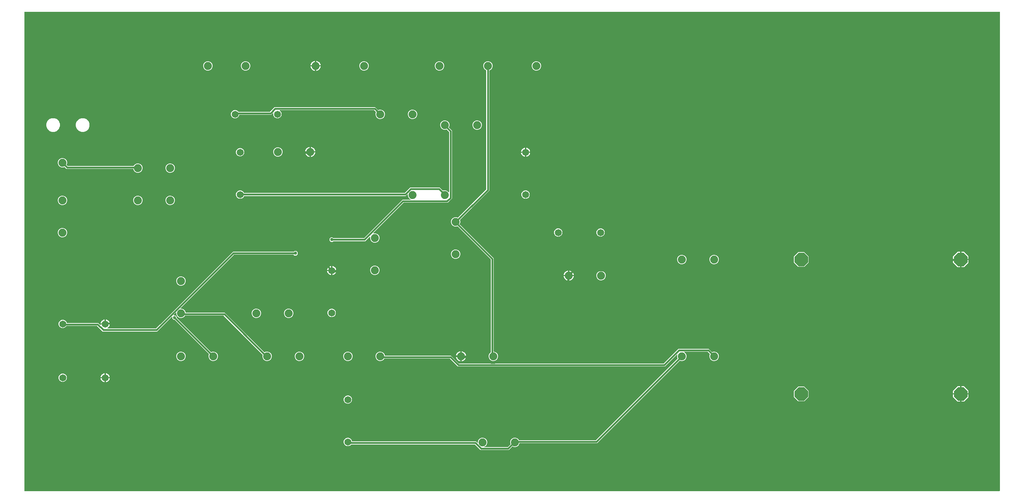
<source format=gbr>
G04 EAGLE Gerber RS-274X export*
G75*
%MOMM*%
%FSLAX34Y34*%
%LPD*%
%INBottom Copper*%
%IPPOS*%
%AMOC8*
5,1,8,0,0,1.08239X$1,22.5*%
G01*
%ADD10C,1.879600*%
%ADD11C,1.651000*%
%ADD12P,3.409096X8X22.500000*%
%ADD13C,0.381000*%
%ADD14C,0.756400*%

G36*
X1841520Y-38858D02*
X1841520Y-38858D01*
X1841539Y-38860D01*
X1841641Y-38838D01*
X1841743Y-38822D01*
X1841760Y-38812D01*
X1841780Y-38808D01*
X1841869Y-38755D01*
X1841960Y-38706D01*
X1841974Y-38692D01*
X1841991Y-38682D01*
X1842058Y-38603D01*
X1842130Y-38528D01*
X1842138Y-38510D01*
X1842151Y-38495D01*
X1842190Y-38399D01*
X1842233Y-38305D01*
X1842235Y-38285D01*
X1842243Y-38267D01*
X1842261Y-38100D01*
X1842261Y1092200D01*
X1842258Y1092220D01*
X1842260Y1092239D01*
X1842238Y1092341D01*
X1842222Y1092443D01*
X1842212Y1092460D01*
X1842208Y1092480D01*
X1842155Y1092569D01*
X1842106Y1092660D01*
X1842092Y1092674D01*
X1842082Y1092691D01*
X1842003Y1092758D01*
X1841928Y1092830D01*
X1841910Y1092838D01*
X1841895Y1092851D01*
X1841799Y1092890D01*
X1841705Y1092933D01*
X1841685Y1092935D01*
X1841667Y1092943D01*
X1841500Y1092961D01*
X-457200Y1092961D01*
X-457220Y1092958D01*
X-457239Y1092960D01*
X-457341Y1092938D01*
X-457443Y1092922D01*
X-457460Y1092912D01*
X-457480Y1092908D01*
X-457569Y1092855D01*
X-457660Y1092806D01*
X-457674Y1092792D01*
X-457691Y1092782D01*
X-457758Y1092703D01*
X-457830Y1092628D01*
X-457838Y1092610D01*
X-457851Y1092595D01*
X-457890Y1092499D01*
X-457933Y1092405D01*
X-457935Y1092385D01*
X-457943Y1092367D01*
X-457961Y1092200D01*
X-457961Y-38100D01*
X-457958Y-38120D01*
X-457960Y-38139D01*
X-457938Y-38241D01*
X-457922Y-38343D01*
X-457912Y-38360D01*
X-457908Y-38380D01*
X-457855Y-38469D01*
X-457806Y-38560D01*
X-457792Y-38574D01*
X-457782Y-38591D01*
X-457703Y-38658D01*
X-457628Y-38730D01*
X-457610Y-38738D01*
X-457595Y-38751D01*
X-457499Y-38790D01*
X-457405Y-38833D01*
X-457385Y-38835D01*
X-457367Y-38843D01*
X-457200Y-38861D01*
X1841500Y-38861D01*
X1841520Y-38858D01*
G37*
%LPC*%
G36*
X617323Y57911D02*
X617323Y57911D01*
X604211Y71023D01*
X604137Y71076D01*
X604068Y71136D01*
X604038Y71148D01*
X604012Y71167D01*
X603925Y71194D01*
X603840Y71228D01*
X603799Y71232D01*
X603776Y71239D01*
X603744Y71238D01*
X603673Y71246D01*
X313192Y71246D01*
X313102Y71232D01*
X313011Y71224D01*
X312981Y71212D01*
X312949Y71207D01*
X312869Y71164D01*
X312785Y71128D01*
X312753Y71102D01*
X312732Y71091D01*
X312710Y71068D01*
X312654Y71023D01*
X310340Y68709D01*
X306745Y67220D01*
X302855Y67220D01*
X299260Y68709D01*
X296509Y71460D01*
X295020Y75055D01*
X295020Y78945D01*
X296509Y82540D01*
X299260Y85291D01*
X302855Y86780D01*
X306745Y86780D01*
X310340Y85291D01*
X313091Y82540D01*
X314580Y78945D01*
X314580Y78867D01*
X314583Y78847D01*
X314581Y78828D01*
X314603Y78726D01*
X314619Y78624D01*
X314629Y78607D01*
X314633Y78587D01*
X314686Y78498D01*
X314735Y78407D01*
X314749Y78393D01*
X314759Y78376D01*
X314838Y78309D01*
X314913Y78237D01*
X314931Y78229D01*
X314946Y78216D01*
X315042Y78177D01*
X315136Y78134D01*
X315156Y78132D01*
X315174Y78124D01*
X315341Y78106D01*
X606830Y78106D01*
X610078Y74858D01*
X610136Y74816D01*
X610188Y74766D01*
X610235Y74744D01*
X610277Y74714D01*
X610346Y74693D01*
X610411Y74663D01*
X610463Y74657D01*
X610513Y74642D01*
X610584Y74644D01*
X610655Y74636D01*
X610706Y74647D01*
X610758Y74648D01*
X610826Y74673D01*
X610896Y74688D01*
X610941Y74715D01*
X610989Y74733D01*
X611045Y74777D01*
X611107Y74814D01*
X611141Y74854D01*
X611181Y74886D01*
X611220Y74947D01*
X611267Y75001D01*
X611286Y75049D01*
X611314Y75093D01*
X611332Y75163D01*
X611359Y75229D01*
X611367Y75301D01*
X611375Y75332D01*
X611373Y75355D01*
X611377Y75396D01*
X611377Y78373D01*
X613040Y82387D01*
X616113Y85460D01*
X620127Y87123D01*
X624473Y87123D01*
X628487Y85460D01*
X631560Y82387D01*
X633223Y78373D01*
X633223Y74027D01*
X631560Y70013D01*
X628487Y66940D01*
X626785Y66235D01*
X626702Y66184D01*
X626617Y66138D01*
X626599Y66120D01*
X626576Y66106D01*
X626514Y66030D01*
X626447Y65960D01*
X626436Y65936D01*
X626420Y65916D01*
X626385Y65825D01*
X626344Y65737D01*
X626341Y65711D01*
X626331Y65687D01*
X626327Y65589D01*
X626317Y65493D01*
X626322Y65467D01*
X626321Y65441D01*
X626348Y65347D01*
X626369Y65252D01*
X626382Y65230D01*
X626390Y65205D01*
X626445Y65125D01*
X626495Y65041D01*
X626515Y65024D01*
X626530Y65003D01*
X626608Y64944D01*
X626682Y64881D01*
X626706Y64871D01*
X626727Y64856D01*
X626820Y64826D01*
X626910Y64789D01*
X626943Y64786D01*
X626961Y64780D01*
X626994Y64780D01*
X627077Y64771D01*
X681016Y64771D01*
X681106Y64785D01*
X681197Y64793D01*
X681227Y64805D01*
X681259Y64810D01*
X681339Y64853D01*
X681423Y64889D01*
X681455Y64915D01*
X681476Y64926D01*
X681498Y64949D01*
X681554Y64994D01*
X688099Y71539D01*
X688168Y71634D01*
X688237Y71727D01*
X688239Y71733D01*
X688243Y71739D01*
X688277Y71850D01*
X688314Y71961D01*
X688313Y71968D01*
X688315Y71974D01*
X688312Y72090D01*
X688311Y72207D01*
X688309Y72215D01*
X688309Y72219D01*
X688303Y72237D01*
X688264Y72368D01*
X687577Y74027D01*
X687577Y78373D01*
X689240Y82387D01*
X692313Y85460D01*
X696327Y87123D01*
X700673Y87123D01*
X704687Y85460D01*
X707760Y82387D01*
X708234Y81243D01*
X708296Y81143D01*
X708355Y81043D01*
X708360Y81039D01*
X708364Y81034D01*
X708454Y80959D01*
X708542Y80883D01*
X708548Y80881D01*
X708553Y80877D01*
X708661Y80835D01*
X708771Y80791D01*
X708778Y80790D01*
X708783Y80789D01*
X708801Y80788D01*
X708937Y80773D01*
X889042Y80773D01*
X889132Y80787D01*
X889223Y80795D01*
X889253Y80807D01*
X889285Y80812D01*
X889365Y80855D01*
X889449Y80891D01*
X889481Y80917D01*
X889502Y80928D01*
X889524Y80951D01*
X889580Y80996D01*
X1082246Y273661D01*
X1082314Y273756D01*
X1082384Y273850D01*
X1082386Y273856D01*
X1082389Y273861D01*
X1082424Y273972D01*
X1082460Y274084D01*
X1082460Y274090D01*
X1082462Y274096D01*
X1082459Y274213D01*
X1082458Y274330D01*
X1082455Y274337D01*
X1082455Y274342D01*
X1082449Y274359D01*
X1082411Y274491D01*
X1081277Y277227D01*
X1081277Y281573D01*
X1081761Y282740D01*
X1081783Y282835D01*
X1081812Y282928D01*
X1081811Y282954D01*
X1081817Y282980D01*
X1081808Y283077D01*
X1081805Y283174D01*
X1081797Y283199D01*
X1081794Y283225D01*
X1081754Y283314D01*
X1081721Y283405D01*
X1081705Y283426D01*
X1081694Y283449D01*
X1081628Y283521D01*
X1081567Y283597D01*
X1081545Y283611D01*
X1081528Y283631D01*
X1081442Y283678D01*
X1081360Y283730D01*
X1081335Y283737D01*
X1081312Y283749D01*
X1081216Y283767D01*
X1081122Y283790D01*
X1081096Y283788D01*
X1081070Y283793D01*
X1080974Y283779D01*
X1080877Y283771D01*
X1080853Y283761D01*
X1080827Y283757D01*
X1080740Y283713D01*
X1080650Y283675D01*
X1080625Y283654D01*
X1080607Y283646D01*
X1080584Y283622D01*
X1080519Y283570D01*
X1052219Y255269D01*
X563983Y255269D01*
X545537Y273715D01*
X545463Y273768D01*
X545394Y273828D01*
X545364Y273840D01*
X545338Y273859D01*
X545251Y273886D01*
X545166Y273920D01*
X545125Y273924D01*
X545102Y273931D01*
X545070Y273930D01*
X544999Y273938D01*
X391069Y273938D01*
X390954Y273919D01*
X390838Y273902D01*
X390832Y273900D01*
X390826Y273899D01*
X390724Y273844D01*
X390619Y273791D01*
X390614Y273786D01*
X390609Y273783D01*
X390529Y273699D01*
X390447Y273615D01*
X390443Y273609D01*
X390440Y273605D01*
X390432Y273588D01*
X390366Y273468D01*
X390260Y273213D01*
X387187Y270140D01*
X383173Y268477D01*
X378827Y268477D01*
X374813Y270140D01*
X371740Y273213D01*
X370077Y277227D01*
X370077Y281573D01*
X371740Y285587D01*
X374813Y288660D01*
X378827Y290323D01*
X383173Y290323D01*
X387187Y288660D01*
X390260Y285587D01*
X391923Y281573D01*
X391923Y281559D01*
X391926Y281539D01*
X391924Y281520D01*
X391946Y281418D01*
X391962Y281316D01*
X391972Y281299D01*
X391976Y281279D01*
X392029Y281190D01*
X392078Y281099D01*
X392092Y281085D01*
X392102Y281068D01*
X392181Y281001D01*
X392256Y280929D01*
X392274Y280921D01*
X392289Y280908D01*
X392385Y280869D01*
X392479Y280826D01*
X392499Y280824D01*
X392517Y280816D01*
X392684Y280798D01*
X548156Y280798D01*
X566602Y262352D01*
X566676Y262299D01*
X566745Y262239D01*
X566775Y262227D01*
X566801Y262208D01*
X566888Y262181D01*
X566973Y262147D01*
X567014Y262143D01*
X567037Y262136D01*
X567069Y262137D01*
X567140Y262129D01*
X1049062Y262129D01*
X1049152Y262143D01*
X1049243Y262151D01*
X1049273Y262163D01*
X1049305Y262168D01*
X1049385Y262211D01*
X1049469Y262247D01*
X1049501Y262273D01*
X1049522Y262284D01*
X1049544Y262307D01*
X1049600Y262352D01*
X1084048Y296800D01*
X1156232Y296800D01*
X1163380Y289652D01*
X1163474Y289584D01*
X1163568Y289514D01*
X1163574Y289512D01*
X1163579Y289508D01*
X1163690Y289474D01*
X1163802Y289438D01*
X1163808Y289438D01*
X1163814Y289436D01*
X1163931Y289439D01*
X1164048Y289440D01*
X1164055Y289442D01*
X1164060Y289442D01*
X1164078Y289449D01*
X1164209Y289487D01*
X1166227Y290323D01*
X1170573Y290323D01*
X1174587Y288660D01*
X1177660Y285587D01*
X1179323Y281573D01*
X1179323Y277227D01*
X1177660Y273213D01*
X1174587Y270140D01*
X1170573Y268477D01*
X1166227Y268477D01*
X1162213Y270140D01*
X1159140Y273213D01*
X1157477Y277227D01*
X1157477Y281573D01*
X1158536Y284130D01*
X1158563Y284243D01*
X1158592Y284357D01*
X1158591Y284363D01*
X1158593Y284369D01*
X1158582Y284486D01*
X1158573Y284602D01*
X1158570Y284608D01*
X1158569Y284614D01*
X1158522Y284722D01*
X1158476Y284828D01*
X1158472Y284834D01*
X1158469Y284839D01*
X1158457Y284852D01*
X1158371Y284959D01*
X1153613Y289717D01*
X1153539Y289770D01*
X1153470Y289830D01*
X1153440Y289842D01*
X1153414Y289861D01*
X1153326Y289888D01*
X1153242Y289922D01*
X1153201Y289926D01*
X1153178Y289933D01*
X1153146Y289932D01*
X1153075Y289940D01*
X1098945Y289940D01*
X1098874Y289929D01*
X1098802Y289927D01*
X1098753Y289909D01*
X1098702Y289901D01*
X1098639Y289867D01*
X1098571Y289842D01*
X1098531Y289810D01*
X1098484Y289785D01*
X1098435Y289733D01*
X1098379Y289689D01*
X1098351Y289645D01*
X1098315Y289607D01*
X1098285Y289542D01*
X1098246Y289482D01*
X1098233Y289431D01*
X1098211Y289384D01*
X1098204Y289313D01*
X1098186Y289243D01*
X1098190Y289191D01*
X1098184Y289140D01*
X1098200Y289069D01*
X1098205Y288998D01*
X1098226Y288950D01*
X1098237Y288899D01*
X1098273Y288838D01*
X1098302Y288772D01*
X1098346Y288716D01*
X1098363Y288688D01*
X1098381Y288673D01*
X1098406Y288641D01*
X1101460Y285587D01*
X1103123Y281573D01*
X1103123Y277227D01*
X1101460Y273213D01*
X1098387Y270140D01*
X1094373Y268477D01*
X1090027Y268477D01*
X1088189Y269239D01*
X1088075Y269265D01*
X1087962Y269294D01*
X1087955Y269294D01*
X1087949Y269295D01*
X1087833Y269284D01*
X1087716Y269275D01*
X1087711Y269272D01*
X1087704Y269272D01*
X1087597Y269224D01*
X1087490Y269179D01*
X1087484Y269174D01*
X1087480Y269172D01*
X1087466Y269159D01*
X1087359Y269074D01*
X892199Y73913D01*
X709884Y73913D01*
X709769Y73894D01*
X709653Y73877D01*
X709648Y73875D01*
X709641Y73874D01*
X709539Y73819D01*
X709434Y73766D01*
X709430Y73761D01*
X709424Y73758D01*
X709344Y73674D01*
X709262Y73590D01*
X709258Y73584D01*
X709255Y73580D01*
X709247Y73563D01*
X709181Y73443D01*
X707760Y70013D01*
X704687Y66940D01*
X700673Y65277D01*
X696327Y65277D01*
X693411Y66485D01*
X693298Y66512D01*
X693184Y66540D01*
X693178Y66540D01*
X693172Y66541D01*
X693055Y66530D01*
X692939Y66521D01*
X692933Y66519D01*
X692927Y66518D01*
X692819Y66470D01*
X692713Y66425D01*
X692707Y66420D01*
X692702Y66418D01*
X692688Y66406D01*
X692582Y66320D01*
X684173Y57911D01*
X617323Y57911D01*
G37*
%LPD*%
%LPC*%
G36*
X366127Y547877D02*
X366127Y547877D01*
X362113Y549540D01*
X359040Y552613D01*
X357377Y556627D01*
X357377Y560973D01*
X357502Y561273D01*
X357524Y561368D01*
X357553Y561461D01*
X357552Y561487D01*
X357558Y561513D01*
X357549Y561609D01*
X357546Y561707D01*
X357537Y561732D01*
X357535Y561758D01*
X357495Y561847D01*
X357462Y561938D01*
X357446Y561958D01*
X357435Y561982D01*
X357369Y562054D01*
X357308Y562130D01*
X357286Y562144D01*
X357268Y562163D01*
X357183Y562210D01*
X357101Y562263D01*
X357076Y562269D01*
X357053Y562282D01*
X356957Y562299D01*
X356863Y562323D01*
X356837Y562321D01*
X356811Y562326D01*
X356714Y562311D01*
X356617Y562304D01*
X356593Y562294D01*
X356568Y562290D01*
X356481Y562246D01*
X356391Y562208D01*
X356366Y562187D01*
X356348Y562178D01*
X356325Y562155D01*
X356260Y562103D01*
X345464Y551306D01*
X271090Y551306D01*
X271000Y551292D01*
X270909Y551284D01*
X270880Y551272D01*
X270848Y551267D01*
X270767Y551224D01*
X270683Y551188D01*
X270651Y551162D01*
X270630Y551151D01*
X270608Y551128D01*
X270552Y551083D01*
X268898Y549429D01*
X264502Y549429D01*
X261393Y552538D01*
X261393Y556934D01*
X264502Y560043D01*
X268898Y560043D01*
X270552Y558389D01*
X270626Y558336D01*
X270696Y558276D01*
X270726Y558264D01*
X270752Y558245D01*
X270839Y558218D01*
X270924Y558184D01*
X270965Y558180D01*
X270987Y558173D01*
X271019Y558174D01*
X271090Y558166D01*
X342307Y558166D01*
X342397Y558180D01*
X342488Y558188D01*
X342518Y558200D01*
X342550Y558205D01*
X342630Y558248D01*
X342714Y558284D01*
X342746Y558310D01*
X342767Y558321D01*
X342789Y558344D01*
X342845Y558389D01*
X433300Y648844D01*
X452730Y648844D01*
X452826Y648859D01*
X452923Y648869D01*
X452947Y648879D01*
X452973Y648883D01*
X453059Y648929D01*
X453148Y648969D01*
X453167Y648986D01*
X453190Y648999D01*
X453257Y649069D01*
X453329Y649135D01*
X453341Y649158D01*
X453359Y649177D01*
X453400Y649265D01*
X453447Y649351D01*
X453452Y649376D01*
X453463Y649400D01*
X453474Y649497D01*
X453491Y649593D01*
X453487Y649619D01*
X453490Y649644D01*
X453469Y649740D01*
X453455Y649836D01*
X453443Y649859D01*
X453438Y649885D01*
X453388Y649968D01*
X453344Y650055D01*
X453325Y650074D01*
X453312Y650096D01*
X453238Y650159D01*
X453168Y650227D01*
X453139Y650243D01*
X453125Y650256D01*
X453094Y650268D01*
X453021Y650308D01*
X451013Y651140D01*
X447940Y654213D01*
X446277Y658227D01*
X446277Y660950D01*
X446266Y661021D01*
X446264Y661093D01*
X446246Y661141D01*
X446238Y661193D01*
X446204Y661256D01*
X446179Y661324D01*
X446147Y661364D01*
X446122Y661410D01*
X446070Y661460D01*
X446026Y661516D01*
X445982Y661544D01*
X445944Y661580D01*
X445879Y661610D01*
X445819Y661649D01*
X445768Y661661D01*
X445721Y661683D01*
X445650Y661691D01*
X445580Y661709D01*
X445528Y661705D01*
X445477Y661710D01*
X445406Y661695D01*
X445335Y661689D01*
X445287Y661669D01*
X445236Y661658D01*
X445175Y661621D01*
X445109Y661593D01*
X445053Y661548D01*
X445025Y661532D01*
X445010Y661514D01*
X444978Y661488D01*
X441476Y657986D01*
X60563Y657986D01*
X60448Y657967D01*
X60332Y657950D01*
X60326Y657948D01*
X60320Y657947D01*
X60218Y657892D01*
X60113Y657839D01*
X60108Y657834D01*
X60103Y657831D01*
X60023Y657747D01*
X59941Y657663D01*
X59937Y657657D01*
X59933Y657653D01*
X59926Y657636D01*
X59860Y657516D01*
X59091Y655660D01*
X56340Y652909D01*
X52745Y651420D01*
X48855Y651420D01*
X45260Y652909D01*
X42509Y655660D01*
X41020Y659255D01*
X41020Y663145D01*
X42509Y666740D01*
X45260Y669491D01*
X48855Y670980D01*
X52745Y670980D01*
X56340Y669491D01*
X59091Y666740D01*
X59681Y665316D01*
X59743Y665216D01*
X59802Y665116D01*
X59807Y665112D01*
X59810Y665107D01*
X59901Y665032D01*
X59989Y664956D01*
X59995Y664954D01*
X60000Y664950D01*
X60108Y664908D01*
X60217Y664864D01*
X60225Y664863D01*
X60229Y664862D01*
X60248Y664861D01*
X60384Y664846D01*
X438319Y664846D01*
X438409Y664860D01*
X438500Y664868D01*
X438530Y664880D01*
X438562Y664885D01*
X438642Y664928D01*
X438726Y664964D01*
X438758Y664990D01*
X438779Y665001D01*
X438801Y665024D01*
X438857Y665069D01*
X451969Y678181D01*
X521486Y678181D01*
X528829Y670838D01*
X528912Y670778D01*
X528963Y670734D01*
X528981Y670727D01*
X529017Y670700D01*
X529023Y670698D01*
X529028Y670694D01*
X529139Y670660D01*
X529179Y670647D01*
X529191Y670642D01*
X529196Y670642D01*
X529251Y670624D01*
X529257Y670624D01*
X529263Y670622D01*
X529354Y670624D01*
X529358Y670624D01*
X529388Y670624D01*
X529396Y670625D01*
X529497Y670626D01*
X529504Y670628D01*
X529509Y670628D01*
X529527Y670635D01*
X529620Y670662D01*
X529631Y670664D01*
X529637Y670667D01*
X529658Y670673D01*
X531227Y671323D01*
X535573Y671323D01*
X539587Y669660D01*
X542006Y667241D01*
X542064Y667199D01*
X542116Y667150D01*
X542163Y667128D01*
X542205Y667098D01*
X542274Y667077D01*
X542339Y667046D01*
X542391Y667041D01*
X542441Y667025D01*
X542512Y667027D01*
X542583Y667019D01*
X542634Y667030D01*
X542686Y667032D01*
X542754Y667056D01*
X542824Y667072D01*
X542869Y667098D01*
X542917Y667116D01*
X542973Y667161D01*
X543035Y667198D01*
X543069Y667237D01*
X543109Y667270D01*
X543148Y667330D01*
X543195Y667385D01*
X543214Y667433D01*
X543242Y667477D01*
X543260Y667546D01*
X543287Y667613D01*
X543295Y667684D01*
X543303Y667715D01*
X543301Y667739D01*
X543305Y667780D01*
X543305Y809032D01*
X543291Y809122D01*
X543283Y809213D01*
X543271Y809243D01*
X543266Y809275D01*
X543223Y809355D01*
X543187Y809439D01*
X543161Y809471D01*
X543150Y809492D01*
X543127Y809514D01*
X543082Y809570D01*
X537702Y814951D01*
X537608Y815018D01*
X537513Y815089D01*
X537507Y815091D01*
X537502Y815094D01*
X537391Y815128D01*
X537279Y815165D01*
X537273Y815165D01*
X537267Y815167D01*
X537150Y815163D01*
X537034Y815162D01*
X537026Y815160D01*
X537021Y815160D01*
X537004Y815154D01*
X536872Y815116D01*
X535573Y814577D01*
X531227Y814577D01*
X527213Y816240D01*
X524140Y819313D01*
X522477Y823327D01*
X522477Y827673D01*
X524140Y831687D01*
X527213Y834760D01*
X531227Y836423D01*
X535573Y836423D01*
X539587Y834760D01*
X542660Y831687D01*
X544323Y827673D01*
X544323Y823327D01*
X542966Y820052D01*
X542939Y819938D01*
X542911Y819825D01*
X542911Y819819D01*
X542910Y819812D01*
X542921Y819696D01*
X542930Y819580D01*
X542932Y819574D01*
X542933Y819568D01*
X542981Y819460D01*
X543026Y819353D01*
X543031Y819347D01*
X543033Y819343D01*
X543046Y819329D01*
X543131Y819222D01*
X550165Y812189D01*
X550165Y651994D01*
X540155Y641984D01*
X436457Y641984D01*
X436367Y641970D01*
X436276Y641962D01*
X436246Y641950D01*
X436214Y641945D01*
X436134Y641902D01*
X436050Y641866D01*
X436018Y641840D01*
X435997Y641829D01*
X435975Y641806D01*
X435919Y641761D01*
X364997Y570840D01*
X364940Y570761D01*
X364878Y570686D01*
X364869Y570661D01*
X364854Y570640D01*
X364825Y570547D01*
X364790Y570456D01*
X364789Y570430D01*
X364781Y570405D01*
X364784Y570308D01*
X364780Y570210D01*
X364787Y570185D01*
X364788Y570159D01*
X364821Y570068D01*
X364848Y569974D01*
X364863Y569953D01*
X364872Y569928D01*
X364933Y569852D01*
X364989Y569772D01*
X365009Y569756D01*
X365026Y569736D01*
X365108Y569683D01*
X365186Y569625D01*
X365211Y569617D01*
X365233Y569603D01*
X365327Y569579D01*
X365420Y569549D01*
X365446Y569549D01*
X365471Y569543D01*
X365568Y569551D01*
X365666Y569552D01*
X365697Y569561D01*
X365716Y569562D01*
X365747Y569575D01*
X365827Y569598D01*
X366127Y569723D01*
X370473Y569723D01*
X374487Y568060D01*
X377560Y564987D01*
X379223Y560973D01*
X379223Y556627D01*
X377560Y552613D01*
X374487Y549540D01*
X370473Y547877D01*
X366127Y547877D01*
G37*
%LPD*%
%LPC*%
G36*
X-14873Y268477D02*
X-14873Y268477D01*
X-18887Y270140D01*
X-21960Y273213D01*
X-23623Y277227D01*
X-23623Y281573D01*
X-22675Y283860D01*
X-22649Y283974D01*
X-22620Y284087D01*
X-22620Y284094D01*
X-22619Y284100D01*
X-22630Y284216D01*
X-22639Y284333D01*
X-22642Y284338D01*
X-22642Y284345D01*
X-22690Y284452D01*
X-22735Y284559D01*
X-22740Y284565D01*
X-22742Y284569D01*
X-22755Y284583D01*
X-22840Y284690D01*
X-103334Y365183D01*
X-103408Y365236D01*
X-103477Y365296D01*
X-103507Y365308D01*
X-103533Y365327D01*
X-103620Y365354D01*
X-103705Y365388D01*
X-103746Y365392D01*
X-103769Y365399D01*
X-103801Y365398D01*
X-103872Y365406D01*
X-106211Y365406D01*
X-109320Y368515D01*
X-109320Y372053D01*
X-109331Y372124D01*
X-109333Y372196D01*
X-109351Y372244D01*
X-109359Y372296D01*
X-109393Y372359D01*
X-109418Y372427D01*
X-109450Y372467D01*
X-109475Y372513D01*
X-109527Y372563D01*
X-109571Y372619D01*
X-109615Y372647D01*
X-109653Y372683D01*
X-109718Y372713D01*
X-109778Y372752D01*
X-109829Y372764D01*
X-109876Y372786D01*
X-109947Y372794D01*
X-110017Y372812D01*
X-110069Y372808D01*
X-110120Y372813D01*
X-110191Y372798D01*
X-110262Y372792D01*
X-110310Y372772D01*
X-110361Y372761D01*
X-110422Y372724D01*
X-110488Y372696D01*
X-110544Y372651D01*
X-110572Y372635D01*
X-110587Y372617D01*
X-110619Y372591D01*
X-145264Y337946D01*
X-273455Y337946D01*
X-286567Y351058D01*
X-286641Y351111D01*
X-286710Y351171D01*
X-286740Y351183D01*
X-286766Y351202D01*
X-286853Y351229D01*
X-286938Y351263D01*
X-286979Y351267D01*
X-287002Y351274D01*
X-287034Y351273D01*
X-287105Y351281D01*
X-358195Y351281D01*
X-358310Y351262D01*
X-358426Y351245D01*
X-358431Y351243D01*
X-358437Y351242D01*
X-358540Y351187D01*
X-358645Y351134D01*
X-358649Y351129D01*
X-358655Y351126D01*
X-358735Y351042D01*
X-358817Y350958D01*
X-358821Y350952D01*
X-358824Y350948D01*
X-358832Y350931D01*
X-358898Y350811D01*
X-359209Y350060D01*
X-361960Y347309D01*
X-365555Y345820D01*
X-369445Y345820D01*
X-373040Y347309D01*
X-375791Y350060D01*
X-377280Y353655D01*
X-377280Y357545D01*
X-375791Y361140D01*
X-373040Y363891D01*
X-369445Y365380D01*
X-365555Y365380D01*
X-361960Y363891D01*
X-359209Y361140D01*
X-358162Y358611D01*
X-358100Y358511D01*
X-358040Y358411D01*
X-358035Y358407D01*
X-358032Y358402D01*
X-357942Y358327D01*
X-357853Y358251D01*
X-357847Y358249D01*
X-357842Y358245D01*
X-357734Y358203D01*
X-357625Y358159D01*
X-357617Y358158D01*
X-357613Y358157D01*
X-357595Y358156D01*
X-357458Y358141D01*
X-283948Y358141D01*
X-279527Y353719D01*
X-279520Y353714D01*
X-279515Y353708D01*
X-279420Y353643D01*
X-279327Y353576D01*
X-279319Y353573D01*
X-279313Y353569D01*
X-279202Y353537D01*
X-279092Y353503D01*
X-279084Y353503D01*
X-279076Y353501D01*
X-278962Y353507D01*
X-278846Y353510D01*
X-278838Y353512D01*
X-278830Y353513D01*
X-278724Y353554D01*
X-278615Y353594D01*
X-278609Y353599D01*
X-278601Y353602D01*
X-278513Y353675D01*
X-278423Y353748D01*
X-278419Y353754D01*
X-278412Y353760D01*
X-278353Y353857D01*
X-278290Y353955D01*
X-278288Y353962D01*
X-278284Y353969D01*
X-278259Y354077D01*
X-268262Y354077D01*
X-268242Y354080D01*
X-268223Y354078D01*
X-268121Y354100D01*
X-268019Y354117D01*
X-268002Y354126D01*
X-267982Y354130D01*
X-267893Y354183D01*
X-267802Y354232D01*
X-267788Y354246D01*
X-267771Y354256D01*
X-267704Y354335D01*
X-267633Y354410D01*
X-267624Y354428D01*
X-267611Y354443D01*
X-267573Y354539D01*
X-267529Y354633D01*
X-267527Y354653D01*
X-267519Y354671D01*
X-267501Y354838D01*
X-267501Y355601D01*
X-267499Y355601D01*
X-267499Y354838D01*
X-267496Y354818D01*
X-267498Y354799D01*
X-267476Y354697D01*
X-267459Y354595D01*
X-267450Y354578D01*
X-267446Y354558D01*
X-267393Y354469D01*
X-267344Y354378D01*
X-267330Y354364D01*
X-267320Y354347D01*
X-267241Y354280D01*
X-267166Y354209D01*
X-267148Y354200D01*
X-267133Y354187D01*
X-267037Y354148D01*
X-266943Y354105D01*
X-266923Y354103D01*
X-266905Y354095D01*
X-266738Y354077D01*
X-256811Y354077D01*
X-256970Y353072D01*
X-257495Y351456D01*
X-258267Y349942D01*
X-259266Y348567D01*
X-260467Y347366D01*
X-261842Y346367D01*
X-262080Y346245D01*
X-262135Y346205D01*
X-262195Y346173D01*
X-262233Y346133D01*
X-262278Y346100D01*
X-262317Y346044D01*
X-262364Y345995D01*
X-262388Y345944D01*
X-262420Y345898D01*
X-262439Y345833D01*
X-262468Y345772D01*
X-262474Y345716D01*
X-262490Y345663D01*
X-262487Y345595D01*
X-262495Y345528D01*
X-262483Y345473D01*
X-262481Y345417D01*
X-262457Y345353D01*
X-262442Y345287D01*
X-262414Y345239D01*
X-262394Y345187D01*
X-262351Y345134D01*
X-262316Y345076D01*
X-262274Y345040D01*
X-262238Y344996D01*
X-262181Y344960D01*
X-262129Y344916D01*
X-262077Y344895D01*
X-262030Y344865D01*
X-261964Y344850D01*
X-261901Y344824D01*
X-261823Y344816D01*
X-261791Y344808D01*
X-261770Y344810D01*
X-261735Y344806D01*
X-148421Y344806D01*
X-148331Y344820D01*
X-148240Y344828D01*
X-148210Y344840D01*
X-148178Y344845D01*
X-148098Y344888D01*
X-148014Y344924D01*
X-147982Y344950D01*
X-147961Y344961D01*
X-147958Y344963D01*
X-147958Y344964D01*
X-147938Y344984D01*
X-147883Y345029D01*
X31018Y523930D01*
X33250Y526162D01*
X176966Y526162D01*
X177056Y526176D01*
X177147Y526184D01*
X177176Y526196D01*
X177208Y526201D01*
X177289Y526244D01*
X177373Y526280D01*
X177405Y526306D01*
X177426Y526317D01*
X177448Y526340D01*
X177504Y526385D01*
X179158Y528039D01*
X183554Y528039D01*
X186663Y524930D01*
X186663Y520534D01*
X183554Y517425D01*
X179158Y517425D01*
X177504Y519079D01*
X177430Y519132D01*
X177360Y519192D01*
X177330Y519204D01*
X177304Y519223D01*
X177217Y519250D01*
X177132Y519284D01*
X177091Y519288D01*
X177069Y519295D01*
X177037Y519294D01*
X176966Y519302D01*
X36407Y519302D01*
X36317Y519288D01*
X36226Y519280D01*
X36196Y519268D01*
X36164Y519263D01*
X36084Y519220D01*
X36000Y519184D01*
X35968Y519158D01*
X35947Y519147D01*
X35925Y519124D01*
X35869Y519079D01*
X-89988Y393222D01*
X-90030Y393164D01*
X-90080Y393112D01*
X-90102Y393065D01*
X-90132Y393023D01*
X-90153Y392954D01*
X-90183Y392889D01*
X-90189Y392837D01*
X-90204Y392787D01*
X-90202Y392716D01*
X-90210Y392645D01*
X-90199Y392594D01*
X-90198Y392542D01*
X-90173Y392474D01*
X-90158Y392404D01*
X-90131Y392360D01*
X-90113Y392311D01*
X-90069Y392255D01*
X-90032Y392193D01*
X-89992Y392159D01*
X-89960Y392119D01*
X-89899Y392080D01*
X-89845Y392033D01*
X-89797Y392014D01*
X-89753Y391986D01*
X-89683Y391968D01*
X-89617Y391941D01*
X-89545Y391933D01*
X-89514Y391925D01*
X-89491Y391927D01*
X-89450Y391923D01*
X-86727Y391923D01*
X-82713Y390260D01*
X-79640Y387187D01*
X-77977Y383173D01*
X-77977Y382905D01*
X-77974Y382885D01*
X-77976Y382866D01*
X-77954Y382764D01*
X-77938Y382662D01*
X-77928Y382645D01*
X-77924Y382625D01*
X-77871Y382536D01*
X-77822Y382445D01*
X-77808Y382431D01*
X-77798Y382414D01*
X-77719Y382347D01*
X-77644Y382275D01*
X-77626Y382267D01*
X-77611Y382254D01*
X-77515Y382215D01*
X-77421Y382172D01*
X-77401Y382170D01*
X-77383Y382162D01*
X-77216Y382144D01*
X14756Y382144D01*
X107843Y289057D01*
X107937Y288989D01*
X108031Y288919D01*
X108037Y288917D01*
X108042Y288913D01*
X108153Y288879D01*
X108265Y288843D01*
X108272Y288843D01*
X108278Y288841D01*
X108394Y288844D01*
X108511Y288845D01*
X108518Y288847D01*
X108523Y288847D01*
X108541Y288854D01*
X108672Y288892D01*
X112127Y290323D01*
X116473Y290323D01*
X120487Y288660D01*
X123560Y285587D01*
X125223Y281573D01*
X125223Y277227D01*
X123560Y273213D01*
X120487Y270140D01*
X116473Y268477D01*
X112127Y268477D01*
X108113Y270140D01*
X105040Y273213D01*
X103377Y277227D01*
X103377Y281573D01*
X103841Y282693D01*
X103868Y282807D01*
X103896Y282920D01*
X103896Y282926D01*
X103897Y282932D01*
X103886Y283049D01*
X103877Y283165D01*
X103875Y283171D01*
X103874Y283177D01*
X103827Y283284D01*
X103781Y283391D01*
X103776Y283397D01*
X103774Y283402D01*
X103762Y283416D01*
X103676Y283522D01*
X12137Y375061D01*
X12063Y375114D01*
X11994Y375174D01*
X11964Y375186D01*
X11938Y375205D01*
X11851Y375232D01*
X11766Y375266D01*
X11725Y375270D01*
X11702Y375277D01*
X11670Y375276D01*
X11599Y375284D01*
X-78936Y375284D01*
X-79051Y375266D01*
X-79167Y375248D01*
X-79173Y375246D01*
X-79179Y375245D01*
X-79282Y375190D01*
X-79386Y375137D01*
X-79391Y375132D01*
X-79396Y375129D01*
X-79477Y375044D01*
X-79559Y374961D01*
X-79562Y374955D01*
X-79566Y374951D01*
X-79574Y374934D01*
X-79640Y374814D01*
X-79640Y374813D01*
X-82713Y371740D01*
X-86727Y370077D01*
X-91073Y370077D01*
X-95087Y371740D01*
X-98160Y374813D01*
X-99823Y378827D01*
X-99823Y381550D01*
X-99834Y381621D01*
X-99836Y381693D01*
X-99854Y381742D01*
X-99862Y381793D01*
X-99896Y381856D01*
X-99921Y381924D01*
X-99953Y381964D01*
X-99978Y382010D01*
X-100029Y382060D01*
X-100074Y382116D01*
X-100118Y382144D01*
X-100156Y382180D01*
X-100221Y382210D01*
X-100281Y382249D01*
X-100332Y382261D01*
X-100379Y382283D01*
X-100450Y382291D01*
X-100520Y382309D01*
X-100572Y382305D01*
X-100623Y382310D01*
X-100694Y382295D01*
X-100765Y382289D01*
X-100813Y382269D01*
X-100864Y382258D01*
X-100925Y382221D01*
X-100991Y382193D01*
X-101047Y382148D01*
X-101075Y382132D01*
X-101090Y382114D01*
X-101122Y382088D01*
X-105891Y377319D01*
X-105933Y377261D01*
X-105983Y377209D01*
X-106005Y377162D01*
X-106035Y377120D01*
X-106056Y377051D01*
X-106086Y376986D01*
X-106092Y376934D01*
X-106107Y376884D01*
X-106105Y376813D01*
X-106113Y376742D01*
X-106102Y376691D01*
X-106101Y376639D01*
X-106076Y376571D01*
X-106061Y376501D01*
X-106034Y376457D01*
X-106016Y376408D01*
X-105972Y376352D01*
X-105935Y376290D01*
X-105895Y376256D01*
X-105863Y376216D01*
X-105802Y376177D01*
X-105748Y376130D01*
X-105700Y376111D01*
X-105656Y376083D01*
X-105586Y376065D01*
X-105520Y376038D01*
X-105448Y376030D01*
X-105417Y376022D01*
X-105394Y376024D01*
X-105353Y376020D01*
X-101815Y376020D01*
X-98706Y372911D01*
X-98706Y370572D01*
X-98692Y370482D01*
X-98684Y370391D01*
X-98672Y370361D01*
X-98667Y370329D01*
X-98624Y370249D01*
X-98588Y370165D01*
X-98562Y370133D01*
X-98551Y370112D01*
X-98528Y370090D01*
X-98483Y370034D01*
X-17990Y289540D01*
X-17895Y289472D01*
X-17801Y289402D01*
X-17795Y289400D01*
X-17790Y289397D01*
X-17679Y289363D01*
X-17567Y289326D01*
X-17561Y289326D01*
X-17555Y289324D01*
X-17438Y289327D01*
X-17321Y289328D01*
X-17314Y289331D01*
X-17309Y289331D01*
X-17292Y289337D01*
X-17160Y289375D01*
X-14873Y290323D01*
X-10527Y290323D01*
X-6513Y288660D01*
X-3440Y285587D01*
X-1777Y281573D01*
X-1777Y277227D01*
X-3440Y273213D01*
X-6513Y270140D01*
X-10527Y268477D01*
X-14873Y268477D01*
G37*
%LPD*%
%LPC*%
G36*
X645527Y268477D02*
X645527Y268477D01*
X641513Y270140D01*
X638440Y273213D01*
X636777Y277227D01*
X636777Y281573D01*
X638440Y285587D01*
X641513Y288660D01*
X641514Y288660D01*
X641614Y288722D01*
X641714Y288782D01*
X641718Y288787D01*
X641723Y288790D01*
X641798Y288880D01*
X641874Y288969D01*
X641876Y288975D01*
X641880Y288980D01*
X641922Y289088D01*
X641966Y289197D01*
X641967Y289205D01*
X641968Y289209D01*
X641969Y289227D01*
X641984Y289364D01*
X641984Y507661D01*
X641970Y507751D01*
X641962Y507842D01*
X641950Y507872D01*
X641945Y507904D01*
X641902Y507984D01*
X641866Y508068D01*
X641840Y508100D01*
X641829Y508121D01*
X641806Y508143D01*
X641761Y508199D01*
X563461Y586499D01*
X563366Y586568D01*
X563273Y586637D01*
X563267Y586639D01*
X563261Y586643D01*
X563150Y586677D01*
X563039Y586714D01*
X563032Y586713D01*
X563026Y586715D01*
X562910Y586712D01*
X562793Y586711D01*
X562785Y586709D01*
X562780Y586709D01*
X562763Y586703D01*
X562632Y586664D01*
X560973Y585977D01*
X556627Y585977D01*
X552613Y587640D01*
X549540Y590713D01*
X547877Y594727D01*
X547877Y599073D01*
X549540Y603087D01*
X552613Y606160D01*
X556627Y607823D01*
X560973Y607823D01*
X563799Y606652D01*
X563913Y606625D01*
X564026Y606597D01*
X564032Y606597D01*
X564039Y606596D01*
X564155Y606607D01*
X564271Y606616D01*
X564277Y606618D01*
X564283Y606619D01*
X564391Y606667D01*
X564498Y606712D01*
X564504Y606717D01*
X564508Y606719D01*
X564522Y606732D01*
X564629Y606817D01*
X631093Y673282D01*
X631146Y673356D01*
X631206Y673425D01*
X631218Y673455D01*
X631237Y673481D01*
X631264Y673568D01*
X631298Y673653D01*
X631302Y673694D01*
X631309Y673717D01*
X631308Y673749D01*
X631316Y673820D01*
X631316Y954395D01*
X631297Y954509D01*
X631280Y954625D01*
X631278Y954631D01*
X631277Y954637D01*
X631222Y954740D01*
X631169Y954845D01*
X631164Y954849D01*
X631161Y954855D01*
X631077Y954934D01*
X630993Y955017D01*
X630987Y955021D01*
X630983Y955024D01*
X630966Y955032D01*
X630846Y955098D01*
X628813Y955940D01*
X625740Y959013D01*
X624077Y963027D01*
X624077Y967373D01*
X625740Y971387D01*
X628813Y974460D01*
X632827Y976123D01*
X637173Y976123D01*
X641187Y974460D01*
X644260Y971387D01*
X645923Y967373D01*
X645923Y963027D01*
X644260Y959013D01*
X641187Y955940D01*
X638646Y954887D01*
X638546Y954826D01*
X638446Y954766D01*
X638442Y954761D01*
X638437Y954758D01*
X638362Y954668D01*
X638286Y954579D01*
X638284Y954573D01*
X638280Y954568D01*
X638238Y954460D01*
X638194Y954351D01*
X638193Y954343D01*
X638192Y954339D01*
X638191Y954320D01*
X638176Y954184D01*
X638176Y670663D01*
X569163Y601651D01*
X569096Y601557D01*
X569025Y601462D01*
X569023Y601456D01*
X569020Y601451D01*
X568986Y601340D01*
X568949Y601228D01*
X568949Y601222D01*
X568947Y601216D01*
X568951Y601099D01*
X568952Y600983D01*
X568954Y600975D01*
X568954Y600970D01*
X568960Y600953D01*
X568998Y600821D01*
X569723Y599073D01*
X569723Y594727D01*
X568515Y591811D01*
X568488Y591698D01*
X568460Y591584D01*
X568460Y591578D01*
X568459Y591572D01*
X568470Y591455D01*
X568479Y591339D01*
X568481Y591333D01*
X568482Y591327D01*
X568530Y591219D01*
X568575Y591113D01*
X568580Y591107D01*
X568582Y591102D01*
X568594Y591088D01*
X568680Y590982D01*
X648844Y510818D01*
X648844Y291084D01*
X648847Y291064D01*
X648845Y291045D01*
X648867Y290943D01*
X648883Y290841D01*
X648893Y290824D01*
X648897Y290804D01*
X648950Y290715D01*
X648999Y290624D01*
X649013Y290610D01*
X649023Y290593D01*
X649102Y290526D01*
X649177Y290454D01*
X649195Y290446D01*
X649210Y290433D01*
X649306Y290394D01*
X649400Y290351D01*
X649420Y290349D01*
X649438Y290341D01*
X649605Y290323D01*
X649873Y290323D01*
X653887Y288660D01*
X656960Y285587D01*
X658623Y281573D01*
X658623Y277227D01*
X656960Y273213D01*
X653887Y270140D01*
X649873Y268477D01*
X645527Y268477D01*
G37*
%LPD*%
%LPC*%
G36*
X378827Y839977D02*
X378827Y839977D01*
X374813Y841640D01*
X371740Y844713D01*
X370077Y848727D01*
X370077Y853073D01*
X371099Y855540D01*
X371126Y855653D01*
X371154Y855767D01*
X371154Y855773D01*
X371155Y855779D01*
X371144Y855896D01*
X371135Y856012D01*
X371133Y856018D01*
X371132Y856024D01*
X371084Y856132D01*
X371039Y856238D01*
X371034Y856244D01*
X371032Y856249D01*
X371020Y856263D01*
X370934Y856369D01*
X366848Y860455D01*
X366774Y860508D01*
X366705Y860568D01*
X366675Y860580D01*
X366649Y860599D01*
X366562Y860626D01*
X366477Y860660D01*
X366436Y860664D01*
X366413Y860671D01*
X366381Y860670D01*
X366310Y860678D01*
X144676Y860678D01*
X144580Y860663D01*
X144483Y860653D01*
X144459Y860643D01*
X144433Y860639D01*
X144347Y860593D01*
X144258Y860553D01*
X144239Y860536D01*
X144216Y860523D01*
X144149Y860453D01*
X144077Y860387D01*
X144064Y860364D01*
X144046Y860345D01*
X144005Y860257D01*
X143958Y860171D01*
X143954Y860146D01*
X143943Y860122D01*
X143932Y860025D01*
X143915Y859929D01*
X143918Y859903D01*
X143916Y859878D01*
X143936Y859782D01*
X143950Y859686D01*
X143962Y859663D01*
X143968Y859637D01*
X144018Y859553D01*
X144062Y859467D01*
X144081Y859448D01*
X144094Y859426D01*
X144168Y859363D01*
X144238Y859295D01*
X144266Y859279D01*
X144281Y859266D01*
X144312Y859254D01*
X144385Y859214D01*
X144440Y859191D01*
X147191Y856440D01*
X148680Y852845D01*
X148680Y848955D01*
X147191Y845360D01*
X144440Y842609D01*
X140845Y841120D01*
X136955Y841120D01*
X133360Y842609D01*
X130609Y845360D01*
X129120Y848955D01*
X129120Y852845D01*
X129199Y853035D01*
X129209Y853079D01*
X129228Y853119D01*
X129233Y853169D01*
X129250Y853223D01*
X129249Y853249D01*
X129255Y853275D01*
X129251Y853325D01*
X129255Y853363D01*
X129245Y853407D01*
X129244Y853469D01*
X129235Y853494D01*
X129232Y853520D01*
X129210Y853570D01*
X129202Y853604D01*
X129182Y853638D01*
X129159Y853700D01*
X129143Y853721D01*
X129132Y853744D01*
X129092Y853788D01*
X129076Y853815D01*
X129048Y853839D01*
X129005Y853892D01*
X128983Y853906D01*
X128966Y853926D01*
X128912Y853955D01*
X128889Y853975D01*
X128857Y853988D01*
X128799Y854025D01*
X128773Y854032D01*
X128750Y854044D01*
X128689Y854055D01*
X128661Y854067D01*
X128614Y854072D01*
X128560Y854085D01*
X128534Y854083D01*
X128508Y854088D01*
X128412Y854074D01*
X128315Y854066D01*
X128291Y854056D01*
X128265Y854052D01*
X128252Y854046D01*
X128250Y854045D01*
X128219Y854029D01*
X128178Y854008D01*
X128088Y853970D01*
X128063Y853950D01*
X128046Y853941D01*
X128038Y853933D01*
X128033Y853930D01*
X128013Y853909D01*
X127957Y853865D01*
X124103Y850010D01*
X49441Y850010D01*
X49421Y850007D01*
X49402Y850009D01*
X49300Y849987D01*
X49198Y849971D01*
X49181Y849961D01*
X49161Y849957D01*
X49072Y849904D01*
X48981Y849855D01*
X48967Y849841D01*
X48950Y849831D01*
X48883Y849752D01*
X48811Y849677D01*
X48803Y849659D01*
X48790Y849644D01*
X48751Y849548D01*
X48708Y849454D01*
X48706Y849434D01*
X48698Y849416D01*
X48680Y849249D01*
X48680Y848955D01*
X47191Y845360D01*
X44440Y842609D01*
X40845Y841120D01*
X36955Y841120D01*
X33360Y842609D01*
X30609Y845360D01*
X29120Y848955D01*
X29120Y852845D01*
X30609Y856440D01*
X33360Y859191D01*
X36955Y860680D01*
X40845Y860680D01*
X44440Y859191D01*
X46538Y857093D01*
X46612Y857040D01*
X46681Y856980D01*
X46711Y856968D01*
X46738Y856949D01*
X46825Y856922D01*
X46909Y856888D01*
X46950Y856884D01*
X46973Y856877D01*
X47005Y856878D01*
X47076Y856870D01*
X120946Y856870D01*
X121036Y856884D01*
X121127Y856892D01*
X121157Y856904D01*
X121189Y856909D01*
X121269Y856952D01*
X121353Y856988D01*
X121385Y857014D01*
X121406Y857025D01*
X121428Y857048D01*
X121484Y857093D01*
X131929Y867538D01*
X369467Y867538D01*
X375890Y861115D01*
X375984Y861047D01*
X376078Y860977D01*
X376085Y860975D01*
X376090Y860971D01*
X376200Y860937D01*
X376312Y860900D01*
X376319Y860901D01*
X376325Y860899D01*
X376441Y860902D01*
X376558Y860903D01*
X376565Y860905D01*
X376571Y860905D01*
X376588Y860911D01*
X376719Y860950D01*
X378827Y861823D01*
X383173Y861823D01*
X387187Y860160D01*
X390260Y857087D01*
X391923Y853073D01*
X391923Y848727D01*
X390260Y844713D01*
X387187Y841640D01*
X383173Y839977D01*
X378827Y839977D01*
G37*
%LPD*%
%LPC*%
G36*
X-192673Y712977D02*
X-192673Y712977D01*
X-196687Y714640D01*
X-199760Y717713D01*
X-201339Y721524D01*
X-201400Y721624D01*
X-201460Y721724D01*
X-201465Y721728D01*
X-201468Y721733D01*
X-201558Y721808D01*
X-201647Y721884D01*
X-201653Y721886D01*
X-201658Y721890D01*
X-201766Y721932D01*
X-201875Y721976D01*
X-201883Y721977D01*
X-201887Y721978D01*
X-201906Y721979D01*
X-202042Y721994D01*
X-358799Y721994D01*
X-363190Y726385D01*
X-363284Y726453D01*
X-363378Y726523D01*
X-363385Y726525D01*
X-363390Y726529D01*
X-363500Y726563D01*
X-363612Y726600D01*
X-363619Y726599D01*
X-363625Y726601D01*
X-363741Y726598D01*
X-363858Y726597D01*
X-363865Y726595D01*
X-363871Y726595D01*
X-363888Y726589D01*
X-364019Y726550D01*
X-366127Y725677D01*
X-370473Y725677D01*
X-374487Y727340D01*
X-377560Y730413D01*
X-379223Y734427D01*
X-379223Y738773D01*
X-377560Y742787D01*
X-374487Y745860D01*
X-370473Y747523D01*
X-366127Y747523D01*
X-362113Y745860D01*
X-359040Y742787D01*
X-357377Y738773D01*
X-357377Y734427D01*
X-358399Y731960D01*
X-358426Y731846D01*
X-358454Y731733D01*
X-358454Y731727D01*
X-358455Y731721D01*
X-358444Y731604D01*
X-358435Y731488D01*
X-358433Y731482D01*
X-358432Y731476D01*
X-358385Y731369D01*
X-358339Y731262D01*
X-358334Y731256D01*
X-358332Y731251D01*
X-358320Y731237D01*
X-358234Y731131D01*
X-356180Y729077D01*
X-356106Y729024D01*
X-356037Y728964D01*
X-356007Y728952D01*
X-355981Y728933D01*
X-355893Y728906D01*
X-355809Y728872D01*
X-355768Y728868D01*
X-355745Y728861D01*
X-355713Y728862D01*
X-355642Y728854D01*
X-200779Y728854D01*
X-200665Y728873D01*
X-200548Y728890D01*
X-200543Y728892D01*
X-200537Y728893D01*
X-200434Y728948D01*
X-200329Y729001D01*
X-200325Y729006D01*
X-200319Y729009D01*
X-200239Y729093D01*
X-200157Y729177D01*
X-200153Y729183D01*
X-200150Y729187D01*
X-200142Y729204D01*
X-200076Y729324D01*
X-199760Y730087D01*
X-196687Y733160D01*
X-192673Y734823D01*
X-188327Y734823D01*
X-184313Y733160D01*
X-181240Y730087D01*
X-179577Y726073D01*
X-179577Y721727D01*
X-181240Y717713D01*
X-184313Y714640D01*
X-188327Y712977D01*
X-192673Y712977D01*
G37*
%LPD*%
%LPC*%
G36*
X1366985Y490727D02*
X1366985Y490727D01*
X1356867Y500845D01*
X1356867Y515155D01*
X1366985Y525273D01*
X1381295Y525273D01*
X1391413Y515155D01*
X1391413Y500845D01*
X1381295Y490727D01*
X1366985Y490727D01*
G37*
%LPD*%
%LPC*%
G36*
X1366985Y173227D02*
X1366985Y173227D01*
X1356867Y183345D01*
X1356867Y197655D01*
X1366985Y207773D01*
X1381295Y207773D01*
X1391413Y197655D01*
X1391413Y183345D01*
X1381295Y173227D01*
X1366985Y173227D01*
G37*
%LPD*%
%LPC*%
G36*
X-323615Y809339D02*
X-323615Y809339D01*
X-329554Y811800D01*
X-334100Y816346D01*
X-336561Y822285D01*
X-336561Y828715D01*
X-334100Y834654D01*
X-329554Y839200D01*
X-323615Y841661D01*
X-317185Y841661D01*
X-311246Y839200D01*
X-306700Y834654D01*
X-304239Y828715D01*
X-304239Y822285D01*
X-306700Y816346D01*
X-311246Y811800D01*
X-317185Y809339D01*
X-323615Y809339D01*
G37*
%LPD*%
%LPC*%
G36*
X-393615Y809339D02*
X-393615Y809339D01*
X-399554Y811800D01*
X-404100Y816346D01*
X-406561Y822285D01*
X-406561Y828715D01*
X-404100Y834654D01*
X-399554Y839200D01*
X-393615Y841661D01*
X-387185Y841661D01*
X-381246Y839200D01*
X-376700Y834654D01*
X-374239Y828715D01*
X-374239Y822285D01*
X-376700Y816346D01*
X-381246Y811800D01*
X-387185Y809339D01*
X-393615Y809339D01*
G37*
%LPD*%
%LPC*%
G36*
X188327Y268477D02*
X188327Y268477D01*
X184313Y270140D01*
X181240Y273213D01*
X179577Y277227D01*
X179577Y281573D01*
X181240Y285587D01*
X184313Y288660D01*
X188327Y290323D01*
X192673Y290323D01*
X196687Y288660D01*
X199760Y285587D01*
X201423Y281573D01*
X201423Y277227D01*
X199760Y273213D01*
X196687Y270140D01*
X192673Y268477D01*
X188327Y268477D01*
G37*
%LPD*%
%LPC*%
G36*
X-91073Y268477D02*
X-91073Y268477D01*
X-95087Y270140D01*
X-98160Y273213D01*
X-99823Y277227D01*
X-99823Y281573D01*
X-98160Y285587D01*
X-95087Y288660D01*
X-91073Y290323D01*
X-86727Y290323D01*
X-82713Y288660D01*
X-79640Y285587D01*
X-77977Y281573D01*
X-77977Y277227D01*
X-79640Y273213D01*
X-82713Y270140D01*
X-86727Y268477D01*
X-91073Y268477D01*
G37*
%LPD*%
%LPC*%
G36*
X747127Y954277D02*
X747127Y954277D01*
X743113Y955940D01*
X740040Y959013D01*
X738377Y963027D01*
X738377Y967373D01*
X740040Y971387D01*
X743113Y974460D01*
X747127Y976123D01*
X751473Y976123D01*
X755487Y974460D01*
X758560Y971387D01*
X760223Y967373D01*
X760223Y963027D01*
X758560Y959013D01*
X755487Y955940D01*
X751473Y954277D01*
X747127Y954277D01*
G37*
%LPD*%
%LPC*%
G36*
X340727Y954277D02*
X340727Y954277D01*
X336713Y955940D01*
X333640Y959013D01*
X331977Y963027D01*
X331977Y967373D01*
X333640Y971387D01*
X336713Y974460D01*
X340727Y976123D01*
X345073Y976123D01*
X349087Y974460D01*
X352160Y971387D01*
X353823Y967373D01*
X353823Y963027D01*
X352160Y959013D01*
X349087Y955940D01*
X345073Y954277D01*
X340727Y954277D01*
G37*
%LPD*%
%LPC*%
G36*
X518527Y954277D02*
X518527Y954277D01*
X514513Y955940D01*
X511440Y959013D01*
X509777Y963027D01*
X509777Y967373D01*
X511440Y971387D01*
X514513Y974460D01*
X518527Y976123D01*
X522873Y976123D01*
X526887Y974460D01*
X529960Y971387D01*
X531623Y967373D01*
X531623Y963027D01*
X529960Y959013D01*
X526887Y955940D01*
X522873Y954277D01*
X518527Y954277D01*
G37*
%LPD*%
%LPC*%
G36*
X61327Y954277D02*
X61327Y954277D01*
X57313Y955940D01*
X54240Y959013D01*
X52577Y963027D01*
X52577Y967373D01*
X54240Y971387D01*
X57313Y974460D01*
X61327Y976123D01*
X65673Y976123D01*
X69687Y974460D01*
X72760Y971387D01*
X74423Y967373D01*
X74423Y963027D01*
X72760Y959013D01*
X69687Y955940D01*
X65673Y954277D01*
X61327Y954277D01*
G37*
%LPD*%
%LPC*%
G36*
X-27573Y954277D02*
X-27573Y954277D01*
X-31587Y955940D01*
X-34660Y959013D01*
X-36323Y963027D01*
X-36323Y967373D01*
X-34660Y971387D01*
X-31587Y974460D01*
X-27573Y976123D01*
X-23227Y976123D01*
X-19213Y974460D01*
X-16140Y971387D01*
X-14477Y967373D01*
X-14477Y963027D01*
X-16140Y959013D01*
X-19213Y955940D01*
X-23227Y954277D01*
X-27573Y954277D01*
G37*
%LPD*%
%LPC*%
G36*
X86727Y370077D02*
X86727Y370077D01*
X82713Y371740D01*
X79640Y374813D01*
X77977Y378827D01*
X77977Y383173D01*
X79640Y387187D01*
X82713Y390260D01*
X86727Y391923D01*
X91073Y391923D01*
X95087Y390260D01*
X98160Y387187D01*
X99823Y383173D01*
X99823Y378827D01*
X98160Y374813D01*
X95087Y371740D01*
X91073Y370077D01*
X86727Y370077D01*
G37*
%LPD*%
%LPC*%
G36*
X162927Y370077D02*
X162927Y370077D01*
X158913Y371740D01*
X155840Y374813D01*
X154177Y378827D01*
X154177Y383173D01*
X155840Y387187D01*
X158913Y390260D01*
X162927Y391923D01*
X167273Y391923D01*
X171287Y390260D01*
X174360Y387187D01*
X176023Y383173D01*
X176023Y378827D01*
X174360Y374813D01*
X171287Y371740D01*
X167273Y370077D01*
X162927Y370077D01*
G37*
%LPD*%
%LPC*%
G36*
X1166227Y497077D02*
X1166227Y497077D01*
X1162213Y498740D01*
X1159140Y501813D01*
X1157477Y505827D01*
X1157477Y510173D01*
X1159140Y514187D01*
X1162213Y517260D01*
X1166227Y518923D01*
X1170573Y518923D01*
X1174587Y517260D01*
X1177660Y514187D01*
X1179323Y510173D01*
X1179323Y505827D01*
X1177660Y501813D01*
X1174587Y498740D01*
X1170573Y497077D01*
X1166227Y497077D01*
G37*
%LPD*%
%LPC*%
G36*
X455027Y839977D02*
X455027Y839977D01*
X451013Y841640D01*
X447940Y844713D01*
X446277Y848727D01*
X446277Y853073D01*
X447940Y857087D01*
X451013Y860160D01*
X455027Y861823D01*
X459373Y861823D01*
X463387Y860160D01*
X466460Y857087D01*
X468123Y853073D01*
X468123Y848727D01*
X466460Y844713D01*
X463387Y841640D01*
X459373Y839977D01*
X455027Y839977D01*
G37*
%LPD*%
%LPC*%
G36*
X607427Y814577D02*
X607427Y814577D01*
X603413Y816240D01*
X600340Y819313D01*
X598677Y823327D01*
X598677Y827673D01*
X600340Y831687D01*
X603413Y834760D01*
X607427Y836423D01*
X611773Y836423D01*
X615787Y834760D01*
X618860Y831687D01*
X620523Y827673D01*
X620523Y823327D01*
X618860Y819313D01*
X615787Y816240D01*
X611773Y814577D01*
X607427Y814577D01*
G37*
%LPD*%
%LPC*%
G36*
X137527Y751077D02*
X137527Y751077D01*
X133513Y752740D01*
X130440Y755813D01*
X128777Y759827D01*
X128777Y764173D01*
X130440Y768187D01*
X133513Y771260D01*
X137527Y772923D01*
X141873Y772923D01*
X145887Y771260D01*
X148960Y768187D01*
X150623Y764173D01*
X150623Y759827D01*
X148960Y755813D01*
X145887Y752740D01*
X141873Y751077D01*
X137527Y751077D01*
G37*
%LPD*%
%LPC*%
G36*
X-91073Y446277D02*
X-91073Y446277D01*
X-95087Y447940D01*
X-98160Y451013D01*
X-99823Y455027D01*
X-99823Y459373D01*
X-98160Y463387D01*
X-95087Y466460D01*
X-91073Y468123D01*
X-86727Y468123D01*
X-82713Y466460D01*
X-79640Y463387D01*
X-77977Y459373D01*
X-77977Y455027D01*
X-79640Y451013D01*
X-82713Y447940D01*
X-86727Y446277D01*
X-91073Y446277D01*
G37*
%LPD*%
%LPC*%
G36*
X899527Y458977D02*
X899527Y458977D01*
X895513Y460640D01*
X892440Y463713D01*
X890777Y467727D01*
X890777Y472073D01*
X892440Y476087D01*
X895513Y479160D01*
X899527Y480823D01*
X903873Y480823D01*
X907887Y479160D01*
X910960Y476087D01*
X912623Y472073D01*
X912623Y467727D01*
X910960Y463713D01*
X907887Y460640D01*
X903873Y458977D01*
X899527Y458977D01*
G37*
%LPD*%
%LPC*%
G36*
X366127Y471677D02*
X366127Y471677D01*
X362113Y473340D01*
X359040Y476413D01*
X357377Y480427D01*
X357377Y484773D01*
X359040Y488787D01*
X362113Y491860D01*
X366127Y493523D01*
X370473Y493523D01*
X374487Y491860D01*
X377560Y488787D01*
X379223Y484773D01*
X379223Y480427D01*
X377560Y476413D01*
X374487Y473340D01*
X370473Y471677D01*
X366127Y471677D01*
G37*
%LPD*%
%LPC*%
G36*
X-116473Y636777D02*
X-116473Y636777D01*
X-120487Y638440D01*
X-123560Y641513D01*
X-125223Y645527D01*
X-125223Y649873D01*
X-123560Y653887D01*
X-120487Y656960D01*
X-116473Y658623D01*
X-112127Y658623D01*
X-108113Y656960D01*
X-105040Y653887D01*
X-103377Y649873D01*
X-103377Y645527D01*
X-105040Y641513D01*
X-108113Y638440D01*
X-112127Y636777D01*
X-116473Y636777D01*
G37*
%LPD*%
%LPC*%
G36*
X1090027Y497077D02*
X1090027Y497077D01*
X1086013Y498740D01*
X1082940Y501813D01*
X1081277Y505827D01*
X1081277Y510173D01*
X1082940Y514187D01*
X1086013Y517260D01*
X1090027Y518923D01*
X1094373Y518923D01*
X1098387Y517260D01*
X1101460Y514187D01*
X1103123Y510173D01*
X1103123Y505827D01*
X1101460Y501813D01*
X1098387Y498740D01*
X1094373Y497077D01*
X1090027Y497077D01*
G37*
%LPD*%
%LPC*%
G36*
X-116473Y712977D02*
X-116473Y712977D01*
X-120487Y714640D01*
X-123560Y717713D01*
X-125223Y721727D01*
X-125223Y726073D01*
X-123560Y730087D01*
X-120487Y733160D01*
X-116473Y734823D01*
X-112127Y734823D01*
X-108113Y733160D01*
X-105040Y730087D01*
X-103377Y726073D01*
X-103377Y721727D01*
X-105040Y717713D01*
X-108113Y714640D01*
X-112127Y712977D01*
X-116473Y712977D01*
G37*
%LPD*%
%LPC*%
G36*
X-192673Y636777D02*
X-192673Y636777D01*
X-196687Y638440D01*
X-199760Y641513D01*
X-201423Y645527D01*
X-201423Y649873D01*
X-199760Y653887D01*
X-196687Y656960D01*
X-192673Y658623D01*
X-188327Y658623D01*
X-184313Y656960D01*
X-181240Y653887D01*
X-179577Y649873D01*
X-179577Y645527D01*
X-181240Y641513D01*
X-184313Y638440D01*
X-188327Y636777D01*
X-192673Y636777D01*
G37*
%LPD*%
%LPC*%
G36*
X-370473Y636777D02*
X-370473Y636777D01*
X-374487Y638440D01*
X-377560Y641513D01*
X-379223Y645527D01*
X-379223Y649873D01*
X-377560Y653887D01*
X-374487Y656960D01*
X-370473Y658623D01*
X-366127Y658623D01*
X-362113Y656960D01*
X-359040Y653887D01*
X-357377Y649873D01*
X-357377Y645527D01*
X-359040Y641513D01*
X-362113Y638440D01*
X-366127Y636777D01*
X-370473Y636777D01*
G37*
%LPD*%
%LPC*%
G36*
X-370473Y560577D02*
X-370473Y560577D01*
X-374487Y562240D01*
X-377560Y565313D01*
X-379223Y569327D01*
X-379223Y573673D01*
X-377560Y577687D01*
X-374487Y580760D01*
X-370473Y582423D01*
X-366127Y582423D01*
X-362113Y580760D01*
X-359040Y577687D01*
X-357377Y573673D01*
X-357377Y569327D01*
X-359040Y565313D01*
X-362113Y562240D01*
X-366127Y560577D01*
X-370473Y560577D01*
G37*
%LPD*%
%LPC*%
G36*
X556627Y509777D02*
X556627Y509777D01*
X552613Y511440D01*
X549540Y514513D01*
X547877Y518527D01*
X547877Y522873D01*
X549540Y526887D01*
X552613Y529960D01*
X556627Y531623D01*
X560973Y531623D01*
X564987Y529960D01*
X568060Y526887D01*
X569723Y522873D01*
X569723Y518527D01*
X568060Y514513D01*
X564987Y511440D01*
X560973Y509777D01*
X556627Y509777D01*
G37*
%LPD*%
%LPC*%
G36*
X302627Y268477D02*
X302627Y268477D01*
X298613Y270140D01*
X295540Y273213D01*
X293877Y277227D01*
X293877Y281573D01*
X295540Y285587D01*
X298613Y288660D01*
X302627Y290323D01*
X306973Y290323D01*
X310987Y288660D01*
X314060Y285587D01*
X315723Y281573D01*
X315723Y277227D01*
X314060Y273213D01*
X310987Y270140D01*
X306973Y268477D01*
X302627Y268477D01*
G37*
%LPD*%
%LPC*%
G36*
X898955Y561720D02*
X898955Y561720D01*
X895360Y563209D01*
X892609Y565960D01*
X891120Y569555D01*
X891120Y573445D01*
X892609Y577040D01*
X895360Y579791D01*
X898955Y581280D01*
X902845Y581280D01*
X906440Y579791D01*
X909191Y577040D01*
X910680Y573445D01*
X910680Y569555D01*
X909191Y565960D01*
X906440Y563209D01*
X902845Y561720D01*
X898955Y561720D01*
G37*
%LPD*%
%LPC*%
G36*
X798955Y561720D02*
X798955Y561720D01*
X795360Y563209D01*
X792609Y565960D01*
X791120Y569555D01*
X791120Y573445D01*
X792609Y577040D01*
X795360Y579791D01*
X798955Y581280D01*
X802845Y581280D01*
X806440Y579791D01*
X809191Y577040D01*
X810680Y573445D01*
X810680Y569555D01*
X809191Y565960D01*
X806440Y563209D01*
X802845Y561720D01*
X798955Y561720D01*
G37*
%LPD*%
%LPC*%
G36*
X48855Y751420D02*
X48855Y751420D01*
X45260Y752909D01*
X42509Y755660D01*
X41020Y759255D01*
X41020Y763145D01*
X42509Y766740D01*
X45260Y769491D01*
X48855Y770980D01*
X52745Y770980D01*
X56340Y769491D01*
X59091Y766740D01*
X60580Y763145D01*
X60580Y759255D01*
X59091Y755660D01*
X56340Y752909D01*
X52745Y751420D01*
X48855Y751420D01*
G37*
%LPD*%
%LPC*%
G36*
X302855Y167220D02*
X302855Y167220D01*
X299260Y168709D01*
X296509Y171460D01*
X295020Y175055D01*
X295020Y178945D01*
X296509Y182540D01*
X299260Y185291D01*
X302855Y186780D01*
X306745Y186780D01*
X310340Y185291D01*
X313091Y182540D01*
X314580Y178945D01*
X314580Y175055D01*
X313091Y171460D01*
X310340Y168709D01*
X306745Y167220D01*
X302855Y167220D01*
G37*
%LPD*%
%LPC*%
G36*
X721955Y651420D02*
X721955Y651420D01*
X718360Y652909D01*
X715609Y655660D01*
X714120Y659255D01*
X714120Y663145D01*
X715609Y666740D01*
X718360Y669491D01*
X721955Y670980D01*
X725845Y670980D01*
X729440Y669491D01*
X732191Y666740D01*
X733680Y663145D01*
X733680Y659255D01*
X732191Y655660D01*
X729440Y652909D01*
X725845Y651420D01*
X721955Y651420D01*
G37*
%LPD*%
%LPC*%
G36*
X264755Y372020D02*
X264755Y372020D01*
X261160Y373509D01*
X258409Y376260D01*
X256920Y379855D01*
X256920Y383745D01*
X258409Y387340D01*
X261160Y390091D01*
X264755Y391580D01*
X268645Y391580D01*
X272240Y390091D01*
X274991Y387340D01*
X276480Y383745D01*
X276480Y379855D01*
X274991Y376260D01*
X272240Y373509D01*
X268645Y372020D01*
X264755Y372020D01*
G37*
%LPD*%
%LPC*%
G36*
X-369445Y218820D02*
X-369445Y218820D01*
X-373040Y220309D01*
X-375791Y223060D01*
X-377280Y226655D01*
X-377280Y230545D01*
X-375791Y234140D01*
X-373040Y236891D01*
X-369445Y238380D01*
X-365555Y238380D01*
X-361960Y236891D01*
X-359209Y234140D01*
X-357720Y230545D01*
X-357720Y226655D01*
X-359209Y223060D01*
X-361960Y220309D01*
X-365555Y218820D01*
X-369445Y218820D01*
G37*
%LPD*%
%LPC*%
G36*
X1751583Y509523D02*
X1751583Y509523D01*
X1751583Y526289D01*
X1757635Y526289D01*
X1768349Y515575D01*
X1768349Y509523D01*
X1751583Y509523D01*
G37*
%LPD*%
%LPC*%
G36*
X1751583Y192023D02*
X1751583Y192023D01*
X1751583Y208789D01*
X1757635Y208789D01*
X1768349Y198075D01*
X1768349Y192023D01*
X1751583Y192023D01*
G37*
%LPD*%
%LPC*%
G36*
X1731771Y509523D02*
X1731771Y509523D01*
X1731771Y515575D01*
X1742485Y526289D01*
X1748537Y526289D01*
X1748537Y509523D01*
X1731771Y509523D01*
G37*
%LPD*%
%LPC*%
G36*
X1751583Y489711D02*
X1751583Y489711D01*
X1751583Y506477D01*
X1768349Y506477D01*
X1768349Y500425D01*
X1757635Y489711D01*
X1751583Y489711D01*
G37*
%LPD*%
%LPC*%
G36*
X1731771Y192023D02*
X1731771Y192023D01*
X1731771Y198075D01*
X1742485Y208789D01*
X1748537Y208789D01*
X1748537Y192023D01*
X1731771Y192023D01*
G37*
%LPD*%
%LPC*%
G36*
X1751583Y172211D02*
X1751583Y172211D01*
X1751583Y188977D01*
X1768349Y188977D01*
X1768349Y182925D01*
X1757635Y172211D01*
X1751583Y172211D01*
G37*
%LPD*%
%LPC*%
G36*
X1742485Y489711D02*
X1742485Y489711D01*
X1731771Y500425D01*
X1731771Y506477D01*
X1748537Y506477D01*
X1748537Y489711D01*
X1742485Y489711D01*
G37*
%LPD*%
%LPC*%
G36*
X1742485Y172211D02*
X1742485Y172211D01*
X1731771Y182925D01*
X1731771Y188977D01*
X1748537Y188977D01*
X1748537Y172211D01*
X1742485Y172211D01*
G37*
%LPD*%
%LPC*%
G36*
X230123Y966723D02*
X230123Y966723D01*
X230123Y977046D01*
X231396Y976845D01*
X233183Y976264D01*
X234857Y975411D01*
X236378Y974306D01*
X237706Y972978D01*
X238811Y971457D01*
X239664Y969783D01*
X240245Y967996D01*
X240446Y966723D01*
X230123Y966723D01*
G37*
%LPD*%
%LPC*%
G36*
X827023Y471423D02*
X827023Y471423D01*
X827023Y481746D01*
X828296Y481545D01*
X830083Y480964D01*
X831757Y480111D01*
X833278Y479006D01*
X834606Y477678D01*
X835711Y476157D01*
X836564Y474483D01*
X837145Y472696D01*
X837346Y471423D01*
X827023Y471423D01*
G37*
%LPD*%
%LPC*%
G36*
X573023Y280923D02*
X573023Y280923D01*
X573023Y291246D01*
X574296Y291045D01*
X576083Y290464D01*
X577757Y289611D01*
X579278Y288506D01*
X580606Y287178D01*
X581711Y285657D01*
X582564Y283983D01*
X583145Y282196D01*
X583346Y280923D01*
X573023Y280923D01*
G37*
%LPD*%
%LPC*%
G36*
X217423Y763523D02*
X217423Y763523D01*
X217423Y773846D01*
X218696Y773645D01*
X220483Y773064D01*
X222157Y772211D01*
X223678Y771106D01*
X225006Y769778D01*
X226111Y768257D01*
X226964Y766583D01*
X227545Y764796D01*
X227746Y763523D01*
X217423Y763523D01*
G37*
%LPD*%
%LPC*%
G36*
X216754Y966723D02*
X216754Y966723D01*
X216955Y967996D01*
X217536Y969783D01*
X218389Y971457D01*
X219494Y972978D01*
X220822Y974306D01*
X222343Y975411D01*
X224017Y976264D01*
X225804Y976845D01*
X227077Y977046D01*
X227077Y966723D01*
X216754Y966723D01*
G37*
%LPD*%
%LPC*%
G36*
X573023Y277877D02*
X573023Y277877D01*
X583346Y277877D01*
X583145Y276604D01*
X582564Y274817D01*
X581711Y273143D01*
X580606Y271622D01*
X579278Y270294D01*
X577757Y269189D01*
X576083Y268336D01*
X574296Y267755D01*
X573023Y267554D01*
X573023Y277877D01*
G37*
%LPD*%
%LPC*%
G36*
X204054Y763523D02*
X204054Y763523D01*
X204255Y764796D01*
X204836Y766583D01*
X205689Y768257D01*
X206794Y769778D01*
X208122Y771106D01*
X209643Y772211D01*
X211317Y773064D01*
X213104Y773645D01*
X214377Y773846D01*
X214377Y763523D01*
X204054Y763523D01*
G37*
%LPD*%
%LPC*%
G36*
X217423Y760477D02*
X217423Y760477D01*
X227746Y760477D01*
X227545Y759204D01*
X226964Y757417D01*
X226111Y755743D01*
X225006Y754222D01*
X223678Y752894D01*
X222157Y751789D01*
X220483Y750936D01*
X218696Y750355D01*
X217423Y750154D01*
X217423Y760477D01*
G37*
%LPD*%
%LPC*%
G36*
X559654Y280923D02*
X559654Y280923D01*
X559855Y282196D01*
X560436Y283983D01*
X561289Y285657D01*
X562394Y287178D01*
X563722Y288506D01*
X565243Y289611D01*
X566917Y290464D01*
X568704Y291045D01*
X569977Y291246D01*
X569977Y280923D01*
X559654Y280923D01*
G37*
%LPD*%
%LPC*%
G36*
X230123Y963677D02*
X230123Y963677D01*
X240446Y963677D01*
X240245Y962404D01*
X239664Y960617D01*
X238811Y958943D01*
X237706Y957422D01*
X236378Y956094D01*
X234857Y954989D01*
X233183Y954136D01*
X231396Y953555D01*
X230123Y953354D01*
X230123Y963677D01*
G37*
%LPD*%
%LPC*%
G36*
X813654Y471423D02*
X813654Y471423D01*
X813855Y472696D01*
X814436Y474483D01*
X815289Y476157D01*
X816394Y477678D01*
X817722Y479006D01*
X819243Y480111D01*
X820917Y480964D01*
X822704Y481545D01*
X823977Y481746D01*
X823977Y471423D01*
X813654Y471423D01*
G37*
%LPD*%
%LPC*%
G36*
X827023Y468377D02*
X827023Y468377D01*
X837346Y468377D01*
X837145Y467104D01*
X836564Y465317D01*
X835711Y463643D01*
X834606Y462122D01*
X833278Y460794D01*
X831757Y459689D01*
X830083Y458836D01*
X828296Y458255D01*
X827023Y458054D01*
X827023Y468377D01*
G37*
%LPD*%
%LPC*%
G36*
X225804Y953555D02*
X225804Y953555D01*
X224017Y954136D01*
X222343Y954989D01*
X220822Y956094D01*
X219494Y957422D01*
X218389Y958943D01*
X217536Y960617D01*
X216955Y962404D01*
X216754Y963677D01*
X227077Y963677D01*
X227077Y953354D01*
X225804Y953555D01*
G37*
%LPD*%
%LPC*%
G36*
X213104Y750355D02*
X213104Y750355D01*
X211317Y750936D01*
X209643Y751789D01*
X208122Y752894D01*
X206794Y754222D01*
X205689Y755743D01*
X204836Y757417D01*
X204255Y759204D01*
X204054Y760477D01*
X214377Y760477D01*
X214377Y750154D01*
X213104Y750355D01*
G37*
%LPD*%
%LPC*%
G36*
X568704Y267755D02*
X568704Y267755D01*
X566917Y268336D01*
X565243Y269189D01*
X563722Y270294D01*
X562394Y271622D01*
X561289Y273143D01*
X560436Y274817D01*
X559855Y276604D01*
X559654Y277877D01*
X569977Y277877D01*
X569977Y267554D01*
X568704Y267755D01*
G37*
%LPD*%
%LPC*%
G36*
X822704Y458255D02*
X822704Y458255D01*
X820917Y458836D01*
X819243Y459689D01*
X817722Y460794D01*
X816394Y462122D01*
X815289Y463643D01*
X814436Y465317D01*
X813855Y467104D01*
X813654Y468377D01*
X823977Y468377D01*
X823977Y458054D01*
X822704Y458255D01*
G37*
%LPD*%
%LPC*%
G36*
X268223Y483323D02*
X268223Y483323D01*
X268223Y492489D01*
X269228Y492330D01*
X270844Y491805D01*
X272358Y491033D01*
X273733Y490034D01*
X274934Y488833D01*
X275933Y487458D01*
X276705Y485944D01*
X277230Y484328D01*
X277389Y483323D01*
X268223Y483323D01*
G37*
%LPD*%
%LPC*%
G36*
X725423Y762723D02*
X725423Y762723D01*
X725423Y771889D01*
X726428Y771730D01*
X728044Y771205D01*
X729558Y770433D01*
X730933Y769434D01*
X732134Y768233D01*
X733133Y766858D01*
X733905Y765344D01*
X734430Y763728D01*
X734589Y762723D01*
X725423Y762723D01*
G37*
%LPD*%
%LPC*%
G36*
X-278189Y230123D02*
X-278189Y230123D01*
X-278030Y231128D01*
X-277505Y232744D01*
X-276733Y234258D01*
X-275734Y235633D01*
X-274533Y236834D01*
X-273158Y237833D01*
X-271644Y238605D01*
X-270028Y239130D01*
X-269023Y239289D01*
X-269023Y230123D01*
X-278189Y230123D01*
G37*
%LPD*%
%LPC*%
G36*
X-278189Y357123D02*
X-278189Y357123D01*
X-278030Y358128D01*
X-277505Y359744D01*
X-276733Y361258D01*
X-275734Y362633D01*
X-274533Y363834D01*
X-273158Y364833D01*
X-271644Y365605D01*
X-270028Y366130D01*
X-269023Y366289D01*
X-269023Y357123D01*
X-278189Y357123D01*
G37*
%LPD*%
%LPC*%
G36*
X725423Y759677D02*
X725423Y759677D01*
X734589Y759677D01*
X734430Y758672D01*
X733905Y757056D01*
X733133Y755542D01*
X732134Y754167D01*
X730933Y752966D01*
X729558Y751967D01*
X728044Y751195D01*
X726428Y750670D01*
X725423Y750511D01*
X725423Y759677D01*
G37*
%LPD*%
%LPC*%
G36*
X-265977Y357123D02*
X-265977Y357123D01*
X-265977Y366289D01*
X-264972Y366130D01*
X-263356Y365605D01*
X-261842Y364833D01*
X-260467Y363834D01*
X-259266Y362633D01*
X-258267Y361258D01*
X-257495Y359744D01*
X-256970Y358128D01*
X-256811Y357123D01*
X-265977Y357123D01*
G37*
%LPD*%
%LPC*%
G36*
X256011Y483323D02*
X256011Y483323D01*
X256170Y484328D01*
X256695Y485944D01*
X257467Y487458D01*
X258466Y488833D01*
X259667Y490034D01*
X261042Y491033D01*
X262556Y491805D01*
X264172Y492330D01*
X265177Y492489D01*
X265177Y483323D01*
X256011Y483323D01*
G37*
%LPD*%
%LPC*%
G36*
X268223Y480277D02*
X268223Y480277D01*
X277389Y480277D01*
X277230Y479272D01*
X276705Y477656D01*
X275933Y476142D01*
X274934Y474767D01*
X273733Y473566D01*
X272358Y472567D01*
X270844Y471795D01*
X269228Y471270D01*
X268223Y471111D01*
X268223Y480277D01*
G37*
%LPD*%
%LPC*%
G36*
X-270028Y218070D02*
X-270028Y218070D01*
X-271644Y218595D01*
X-273158Y219367D01*
X-274533Y220366D01*
X-275734Y221567D01*
X-276733Y222942D01*
X-277505Y224456D01*
X-278030Y226072D01*
X-278189Y227077D01*
X-269023Y227077D01*
X-269023Y217911D01*
X-270028Y218070D01*
G37*
%LPD*%
%LPC*%
G36*
X713211Y762723D02*
X713211Y762723D01*
X713370Y763728D01*
X713895Y765344D01*
X714667Y766858D01*
X715666Y768233D01*
X716867Y769434D01*
X718242Y770433D01*
X719756Y771205D01*
X721372Y771730D01*
X722377Y771889D01*
X722377Y762723D01*
X713211Y762723D01*
G37*
%LPD*%
%LPC*%
G36*
X-265977Y230123D02*
X-265977Y230123D01*
X-265977Y239289D01*
X-264972Y239130D01*
X-263356Y238605D01*
X-261842Y237833D01*
X-260467Y236834D01*
X-259266Y235633D01*
X-258267Y234258D01*
X-257495Y232744D01*
X-256970Y231128D01*
X-256811Y230123D01*
X-265977Y230123D01*
G37*
%LPD*%
%LPC*%
G36*
X721372Y750670D02*
X721372Y750670D01*
X719756Y751195D01*
X718242Y751967D01*
X716867Y752966D01*
X715666Y754167D01*
X714667Y755542D01*
X713895Y757056D01*
X713370Y758672D01*
X713211Y759677D01*
X722377Y759677D01*
X722377Y750511D01*
X721372Y750670D01*
G37*
%LPD*%
%LPC*%
G36*
X-265977Y227077D02*
X-265977Y227077D01*
X-256811Y227077D01*
X-256970Y226072D01*
X-257495Y224456D01*
X-258267Y222942D01*
X-259266Y221567D01*
X-260467Y220366D01*
X-261842Y219367D01*
X-263356Y218595D01*
X-264972Y218070D01*
X-265977Y217911D01*
X-265977Y227077D01*
G37*
%LPD*%
%LPC*%
G36*
X264172Y471270D02*
X264172Y471270D01*
X262556Y471795D01*
X261042Y472567D01*
X259667Y473566D01*
X258466Y474767D01*
X257467Y476142D01*
X256695Y477656D01*
X256170Y479272D01*
X256011Y480277D01*
X265177Y480277D01*
X265177Y471111D01*
X264172Y471270D01*
G37*
%LPD*%
%LPC*%
G36*
X228599Y965199D02*
X228599Y965199D01*
X228599Y965201D01*
X228601Y965201D01*
X228601Y965199D01*
X228599Y965199D01*
G37*
%LPD*%
%LPC*%
G36*
X723899Y761199D02*
X723899Y761199D01*
X723899Y761201D01*
X723901Y761201D01*
X723901Y761199D01*
X723899Y761199D01*
G37*
%LPD*%
%LPC*%
G36*
X266699Y481799D02*
X266699Y481799D01*
X266699Y481801D01*
X266701Y481801D01*
X266701Y481799D01*
X266699Y481799D01*
G37*
%LPD*%
%LPC*%
G36*
X215899Y761999D02*
X215899Y761999D01*
X215899Y762001D01*
X215901Y762001D01*
X215901Y761999D01*
X215899Y761999D01*
G37*
%LPD*%
%LPC*%
G36*
X571499Y279399D02*
X571499Y279399D01*
X571499Y279401D01*
X571501Y279401D01*
X571501Y279399D01*
X571499Y279399D01*
G37*
%LPD*%
%LPC*%
G36*
X-267501Y228599D02*
X-267501Y228599D01*
X-267501Y228601D01*
X-267499Y228601D01*
X-267499Y228599D01*
X-267501Y228599D01*
G37*
%LPD*%
%LPC*%
G36*
X825499Y469899D02*
X825499Y469899D01*
X825499Y469901D01*
X825501Y469901D01*
X825501Y469899D01*
X825499Y469899D01*
G37*
%LPD*%
%LPC*%
G36*
X1750059Y190499D02*
X1750059Y190499D01*
X1750059Y190501D01*
X1750061Y190501D01*
X1750061Y190499D01*
X1750059Y190499D01*
G37*
%LPD*%
%LPC*%
G36*
X1750059Y507999D02*
X1750059Y507999D01*
X1750059Y508001D01*
X1750061Y508001D01*
X1750061Y507999D01*
X1750059Y507999D01*
G37*
%LPD*%
D10*
X520700Y965200D03*
X342900Y965200D03*
D11*
X723900Y661200D03*
X723900Y761200D03*
X38900Y850900D03*
X138900Y850900D03*
X50800Y761200D03*
X50800Y661200D03*
X266700Y381800D03*
X266700Y481800D03*
X800900Y571500D03*
X900900Y571500D03*
D12*
X1374140Y190500D03*
X1750060Y190500D03*
X1374140Y508000D03*
X1750060Y508000D03*
D11*
X304800Y77000D03*
X304800Y177000D03*
D10*
X228600Y965200D03*
X-368300Y736600D03*
X63500Y965200D03*
X-25400Y965200D03*
X635000Y965200D03*
X-190500Y723900D03*
X-114300Y723900D03*
X609600Y825500D03*
X533400Y825500D03*
X304800Y279400D03*
X381000Y279400D03*
X622300Y76200D03*
X698500Y76200D03*
X558800Y596900D03*
X558800Y520700D03*
X114300Y279400D03*
X190500Y279400D03*
X-88900Y457200D03*
X-88900Y381000D03*
X-88900Y279400D03*
X-12700Y279400D03*
X381000Y850900D03*
X457200Y850900D03*
X457200Y660400D03*
X533400Y660400D03*
X215900Y762000D03*
X139700Y762000D03*
X1092200Y279400D03*
X1168400Y279400D03*
X1092200Y508000D03*
X1168400Y508000D03*
X-190500Y647700D03*
X-114300Y647700D03*
X571500Y279400D03*
X647700Y279400D03*
X368300Y558800D03*
X368300Y482600D03*
X825500Y469900D03*
X901700Y469900D03*
X88900Y381000D03*
X165100Y381000D03*
X-368300Y647700D03*
X749300Y965200D03*
X-368300Y571500D03*
D11*
X-367500Y355600D03*
X-267500Y355600D03*
X-367500Y228600D03*
X-267500Y228600D03*
D13*
X-88011Y378714D02*
X13335Y378714D01*
X112014Y280035D01*
X-88011Y378714D02*
X-88900Y381000D01*
X112014Y280035D02*
X114300Y279400D01*
X381381Y277368D02*
X546735Y277368D01*
X565404Y258699D01*
X1050798Y258699D01*
X1085469Y293370D01*
X1154811Y293370D01*
X1168146Y280035D01*
X381381Y277368D02*
X381000Y279400D01*
X1168146Y280035D02*
X1168400Y279400D01*
X605409Y74676D02*
X306705Y74676D01*
X605409Y74676D02*
X618744Y61341D01*
X682752Y61341D01*
X696087Y74676D01*
X306705Y74676D02*
X304800Y77000D01*
X696087Y74676D02*
X698500Y76200D01*
X698754Y77343D02*
X890778Y77343D01*
X1090803Y277368D01*
X698754Y77343D02*
X698500Y76200D01*
X1090803Y277368D02*
X1092200Y279400D01*
X440055Y661416D02*
X53340Y661416D01*
X440055Y661416D02*
X453390Y674751D01*
X520065Y674751D01*
X533400Y661416D01*
X53340Y661416D02*
X50800Y661200D01*
X533400Y661416D02*
X533400Y660400D01*
X122682Y853440D02*
X40005Y853440D01*
X122682Y853440D02*
X133350Y864108D01*
X368046Y864108D01*
X378714Y853440D01*
X40005Y853440D02*
X38900Y850900D01*
X378714Y853440D02*
X381000Y850900D01*
X-138684Y357378D02*
X-266700Y357378D01*
X-138684Y357378D02*
X34671Y530733D01*
X37338Y530733D02*
X218694Y530733D01*
X37338Y530733D02*
X34671Y530733D01*
X218694Y530733D02*
X266700Y482727D01*
X-266700Y357378D02*
X-267500Y355600D01*
X266700Y481800D02*
X266700Y482727D01*
X213360Y760095D02*
X157353Y760095D01*
X72009Y674751D01*
X45339Y674751D01*
X37338Y666750D01*
X37338Y530733D01*
X213360Y760095D02*
X215900Y762000D01*
X573405Y277368D02*
X629412Y277368D01*
X642747Y264033D01*
X650748Y264033D01*
X824103Y437388D01*
X824103Y469392D01*
X573405Y277368D02*
X571500Y279400D01*
X824103Y469392D02*
X825500Y469900D01*
X1400175Y506730D02*
X1749552Y506730D01*
X1400175Y506730D02*
X1376172Y482727D01*
X837438Y482727D01*
X826770Y472059D01*
X1749552Y506730D02*
X1750060Y508000D01*
X826770Y472059D02*
X825500Y469900D01*
X352044Y480060D02*
X266700Y480060D01*
X352044Y480060D02*
X552069Y280035D01*
X570738Y280035D01*
X266700Y480060D02*
X266700Y481800D01*
X570738Y280035D02*
X571500Y279400D01*
X344043Y554736D02*
X266700Y554736D01*
X344043Y554736D02*
X434721Y645414D01*
X538734Y645414D01*
X546735Y653415D01*
X546735Y810768D01*
X533400Y824103D01*
X533400Y825500D01*
X-285369Y354711D02*
X-365379Y354711D01*
X-285369Y354711D02*
X-272034Y341376D01*
X-146685Y341376D01*
X34671Y522732D01*
X181356Y522732D01*
X-365379Y354711D02*
X-367500Y355600D01*
D14*
X266700Y554736D03*
X181356Y522732D03*
D13*
X-12700Y279400D02*
X-104013Y370713D01*
D14*
X-104013Y370713D03*
D13*
X634746Y672084D02*
X634746Y962787D01*
X634746Y672084D02*
X560070Y597408D01*
X634746Y962787D02*
X635000Y965200D01*
X560070Y597408D02*
X558800Y596900D01*
X645414Y509397D02*
X645414Y280035D01*
X645414Y509397D02*
X560070Y594741D01*
X645414Y280035D02*
X647700Y279400D01*
X560070Y594741D02*
X558800Y596900D01*
X-192024Y725424D02*
X-357378Y725424D01*
X-368046Y736092D01*
X-192024Y725424D02*
X-190500Y723900D01*
X-368046Y736092D02*
X-368300Y736600D01*
M02*

</source>
